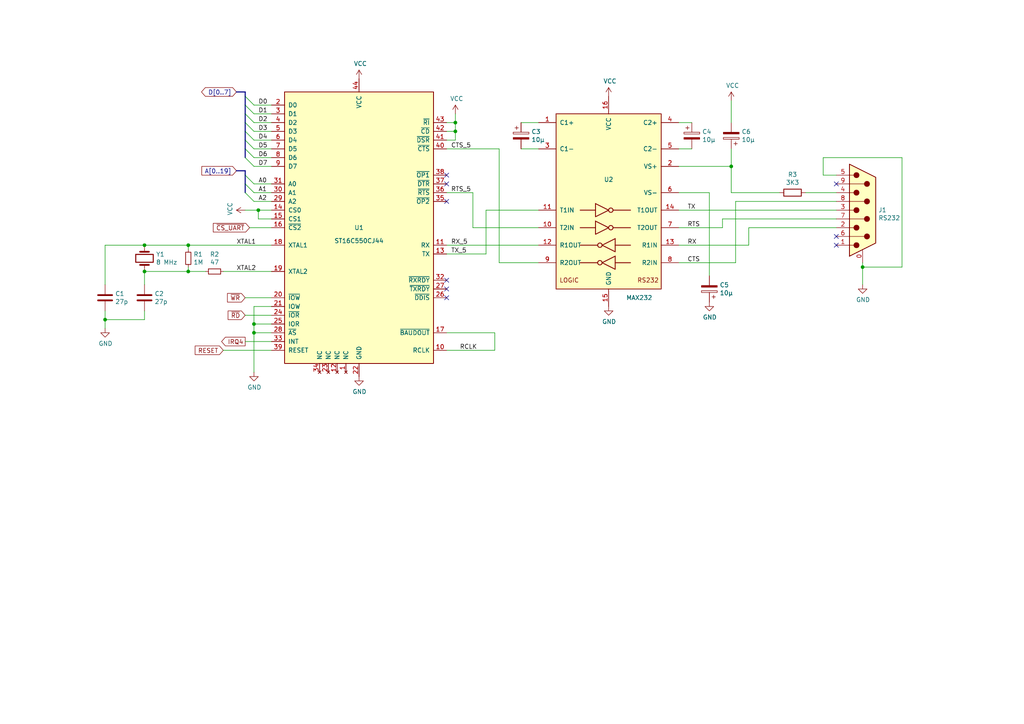
<source format=kicad_sch>
(kicad_sch (version 20230121) (generator eeschema)
  (paper "A4")
  (title_block (title "Mini8086 I/O board") (date "2020-11-05") (rev "1.2"))
  (lib_symbols
    (symbol "Device:C" (pin_numbers hide) (pin_names (offset 0.254))
      (property "Reference" "C" (at 0.635 2.54 0))
      (property "Value" "C" (at 0.635 -2.54 0))
      (symbol "C_0_1"
        (polyline (pts (xy -2.032 -0.762) (xy 2.032 -0.762)) (stroke (width 0.508)))
        (polyline (pts (xy -2.032 0.762) (xy 2.032 0.762)) (stroke (width 0.508)))
      )
      (symbol "C_1_1"
        (pin passive line (at 0 3.81 270) (length 2.794) (name "~") (number "1"))
        (pin passive line (at 0 -3.81 90) (length 2.794) (name "~") (number "2"))
      )
    )
    (symbol "Device:Crystal" (pin_numbers hide) (pin_names (offset 1.016) hide)
      (property "Reference" "Y" (at 0 3.81 0))
      (property "Value" "Crystal" (at 0 -3.81 0))
      (symbol "Crystal_0_1"
        (rectangle (start -1.143 2.54) (end 1.143 -2.54) (stroke (width 0.3048)))
        (polyline (pts (xy -2.54 0) (xy -1.905 0)))
        (polyline (pts (xy -1.905 -1.27) (xy -1.905 1.27)) (stroke (width 0.508)))
        (polyline (pts (xy 1.905 -1.27) (xy 1.905 1.27)) (stroke (width 0.508)))
        (polyline (pts (xy 2.54 0) (xy 1.905 0)))
      )
      (symbol "Crystal_1_1"
        (pin passive line (at -3.81 0 0) (length 1.27) (name "1") (number "1"))
        (pin passive line (at 3.81 0 180) (length 1.27) (name "2") (number "2"))
      )
    )
    (symbol "Device:R" (pin_numbers hide) (pin_names (offset 0))
      (property "Reference" "R" (at 2.032 0 90))
      (property "Value" "R" (at 0 0 90))
      (symbol "R_0_1"
        (rectangle (start -1.016 -2.54) (end 1.016 2.54) (stroke (width 0.254)))
      )
      (symbol "R_1_1"
        (pin passive line (at 0 3.81 270) (length 1.27) (name "~") (number "1"))
        (pin passive line (at 0 -3.81 90) (length 1.27) (name "~") (number "2"))
      )
    )
    (symbol "Device:R_Small" (pin_numbers hide) (pin_names (offset 0.254) hide)
      (property "Reference" "R" (at 0.762 0.508 0))
      (property "Value" "R_Small" (at 0.762 -1.016 0))
      (symbol "R_Small_0_1"
        (rectangle (start -0.762 1.778) (end 0.762 -1.778) (stroke (width 0.2032)))
      )
      (symbol "R_Small_1_1"
        (pin passive line (at 0 2.54 270) (length 0.762) (name "~") (number "1"))
        (pin passive line (at 0 -2.54 90) (length 0.762) (name "~") (number "2"))
      )
    )
    (symbol "Interface_UART:MAX232" (pin_names (offset 1.016))
      (property "Reference" "U" (at -2.54 28.575 0))
      (property "Value" "MAX232" (at -2.54 26.67 0))
      (symbol "MAX232_0_0"
        (text "LOGIC" (at -11.43 -22.86 0) (effects (font (size 1.27 1.27))))
        (text "RS232" (at 11.43 -22.86 0) (effects (font (size 1.27 1.27))))
      )
      (symbol "MAX232_0_1"
        (rectangle (start -15.24 -25.4) (end 15.24 25.4) (stroke (width 0.254)) (fill (type background)))
        (circle (center -2.54 -17.78) (radius 0.635) (stroke (width 0.254)))
        (circle (center -2.54 -12.7) (radius 0.635) (stroke (width 0.254)))
        (polyline (pts (xy -3.81 -7.62) (xy -8.255 -7.62)) (stroke (width 0.254)))
        (polyline (pts (xy -3.81 -2.54) (xy -8.255 -2.54)) (stroke (width 0.254)))
        (polyline (pts (xy -3.175 -17.78) (xy -8.255 -17.78)) (stroke (width 0.254)))
        (polyline (pts (xy -3.175 -12.7) (xy -8.255 -12.7)) (stroke (width 0.254)))
        (polyline (pts (xy 1.27 -7.62) (xy 6.35 -7.62)) (stroke (width 0.254)))
        (polyline (pts (xy 1.27 -2.54) (xy 6.35 -2.54)) (stroke (width 0.254)))
        (polyline (pts (xy 1.905 -17.78) (xy 6.35 -17.78)) (stroke (width 0.254)))
        (polyline (pts (xy 1.905 -12.7) (xy 6.35 -12.7)) (stroke (width 0.254)))
        (polyline (pts (xy -3.81 -5.715) (xy -3.81 -9.525) (xy 0 -7.62) (xy -3.81 -5.715)) (stroke (width 0.254)))
        (polyline (pts (xy -3.81 -0.635) (xy -3.81 -4.445) (xy 0 -2.54) (xy -3.81 -0.635)) (stroke (width 0.254)))
        (polyline (pts (xy 1.905 -15.875) (xy 1.905 -19.685) (xy -1.905 -17.78) (xy 1.905 -15.875)) (stroke (width 0.254)))
        (polyline (pts (xy 1.905 -10.795) (xy 1.905 -14.605) (xy -1.905 -12.7) (xy 1.905 -10.795)) (stroke (width 0.254)))
        (circle (center 0.635 -7.62) (radius 0.635) (stroke (width 0.254)))
        (circle (center 0.635 -2.54) (radius 0.635) (stroke (width 0.254)))
      )
      (symbol "MAX232_1_1"
        (pin passive line (at -20.32 22.86 0) (length 5.08) (name "C1+") (number "1"))
        (pin input line (at -20.32 -7.62 0) (length 5.08) (name "T2IN") (number "10"))
        (pin input line (at -20.32 -2.54 0) (length 5.08) (name "T1IN") (number "11"))
        (pin output line (at -20.32 -12.7 0) (length 5.08) (name "R1OUT") (number "12"))
        (pin input line (at 20.32 -12.7 180) (length 5.08) (name "R1IN") (number "13"))
        (pin output line (at 20.32 -2.54 180) (length 5.08) (name "T1OUT") (number "14"))
        (pin power_in line (at 0 -30.48 90) (length 5.08) (name "GND") (number "15"))
        (pin power_in line (at 0 30.48 270) (length 5.08) (name "VCC") (number "16"))
        (pin power_out line (at 20.32 10.16 180) (length 5.08) (name "VS+") (number "2"))
        (pin passive line (at -20.32 15.24 0) (length 5.08) (name "C1-") (number "3"))
        (pin passive line (at 20.32 22.86 180) (length 5.08) (name "C2+") (number "4"))
        (pin passive line (at 20.32 15.24 180) (length 5.08) (name "C2-") (number "5"))
        (pin power_out line (at 20.32 2.54 180) (length 5.08) (name "VS-") (number "6"))
        (pin output line (at 20.32 -7.62 180) (length 5.08) (name "T2OUT") (number "7"))
        (pin input line (at 20.32 -17.78 180) (length 5.08) (name "R2IN") (number "8"))
        (pin output line (at -20.32 -17.78 0) (length 5.08) (name "R2OUT") (number "9"))
      )
    )
    (symbol "io_board-rescue:CP-Device" (pin_numbers hide) (pin_names (offset 0.254))
      (property "Reference" "C" (at 0.635 2.54 0))
      (property "Value" "Device_CP" (at 0.635 -2.54 0))
      (symbol "CP-Device_0_1"
        (rectangle (start -2.286 0.508) (end 2.286 1.016))
        (polyline (pts (xy -1.778 2.286) (xy -0.762 2.286)))
        (polyline (pts (xy -1.27 2.794) (xy -1.27 1.778)))
        (rectangle (start 2.286 -0.508) (end -2.286 -1.016) (fill (type outline)))
      )
      (symbol "CP-Device_1_1"
        (pin passive line (at 0 3.81 270) (length 2.794) (name "~") (number "1"))
        (pin passive line (at 0 -3.81 90) (length 2.794) (name "~") (number "2"))
      )
    )
    (symbol "io_board-rescue:DB9_Male_MountingHoles-Connector" (pin_names (offset 1.016) hide)
      (property "Reference" "J" (at 0 16.51 0))
      (property "Value" "Connector_DB9_Male_MountingHoles" (at 0 14.605 0))
      (symbol "DB9_Male_MountingHoles-Connector_0_1"
        (circle (center -1.778 -10.16) (radius 0.762) (fill (type outline)))
        (circle (center -1.778 -5.08) (radius 0.762) (fill (type outline)))
        (circle (center -1.778 0) (radius 0.762) (fill (type outline)))
        (circle (center -1.778 5.08) (radius 0.762) (fill (type outline)))
        (circle (center -1.778 10.16) (radius 0.762) (fill (type outline)))
        (polyline (pts (xy -3.81 -10.16) (xy -2.54 -10.16)))
        (polyline (pts (xy -3.81 -7.62) (xy 0.508 -7.62)))
        (polyline (pts (xy -3.81 -5.08) (xy -2.54 -5.08)))
        (polyline (pts (xy -3.81 -2.54) (xy 0.508 -2.54)))
        (polyline (pts (xy -3.81 0) (xy -2.54 0)))
        (polyline (pts (xy -3.81 2.54) (xy 0.508 2.54)))
        (polyline (pts (xy -3.81 5.08) (xy -2.54 5.08)))
        (polyline (pts (xy -3.81 7.62) (xy 0.508 7.62)))
        (polyline (pts (xy -3.81 10.16) (xy -2.54 10.16)))
        (polyline (pts (xy -3.81 -13.335) (xy -3.81 13.335) (xy 3.81 9.525) (xy 3.81 -9.525) (xy -3.81 -13.335)) (stroke (width 0.254)) (fill (type background)))
        (circle (center 1.27 -7.62) (radius 0.762) (fill (type outline)))
        (circle (center 1.27 -2.54) (radius 0.762) (fill (type outline)))
        (circle (center 1.27 2.54) (radius 0.762) (fill (type outline)))
        (circle (center 1.27 7.62) (radius 0.762) (fill (type outline)))
      )
      (symbol "DB9_Male_MountingHoles-Connector_1_1"
        (pin passive line (at 0 -15.24 90) (length 3.81) (name "PAD") (number "0"))
        (pin passive line (at -7.62 -10.16 0) (length 3.81) (name "1") (number "1"))
        (pin passive line (at -7.62 -5.08 0) (length 3.81) (name "2") (number "2"))
        (pin passive line (at -7.62 0 0) (length 3.81) (name "3") (number "3"))
        (pin passive line (at -7.62 5.08 0) (length 3.81) (name "4") (number "4"))
        (pin passive line (at -7.62 10.16 0) (length 3.81) (name "5") (number "5"))
        (pin passive line (at -7.62 -7.62 0) (length 3.81) (name "6") (number "6"))
        (pin passive line (at -7.62 -2.54 0) (length 3.81) (name "7") (number "7"))
        (pin passive line (at -7.62 2.54 0) (length 3.81) (name "8") (number "8"))
        (pin passive line (at -7.62 7.62 0) (length 3.81) (name "9") (number "9"))
      )
    )
    (symbol "io_board-rescue:ST16C550CJ44-Mini8086" (pin_names (offset 1.016))
      (property "Reference" "U" (at -21.59 40.64 0))
      (property "Value" "ST16C550CJ44-Mini8086" (at 15.24 40.64 0))
      (symbol "ST16C550CJ44-Mini8086_0_1"
        (rectangle (start -21.59 -39.37) (end 21.59 39.37) (stroke (width 0.254)) (fill (type background)))
      )
      (symbol "ST16C550CJ44-Mini8086_1_1"
        (pin no_connect line (at -3.81 -41.91 90) (length 2.54) (name "NC") (number "1"))
        (pin input line (at 25.4 -35.56 180) (length 3.81) (name "RCLK") (number "10"))
        (pin input line (at 25.4 -5.08 180) (length 3.81) (name "RX") (number "11"))
        (pin no_connect line (at -6.35 -41.91 90) (length 2.54) (name "NC") (number "12"))
        (pin output line (at 25.4 -7.62 180) (length 3.81) (name "TX") (number "13"))
        (pin input line (at -25.4 5.08 0) (length 3.81) (name "CS0") (number "14"))
        (pin input line (at -25.4 2.54 0) (length 3.81) (name "CS1") (number "15"))
        (pin input line (at -25.4 0 0) (length 3.81) (name "~{CS2}") (number "16"))
        (pin output line (at 25.4 -30.48 180) (length 3.81) (name "~{BAUDOUT}") (number "17"))
        (pin input line (at -25.4 -5.08 0) (length 3.81) (name "XTAL1") (number "18"))
        (pin output line (at -25.4 -12.7 0) (length 3.81) (name "XTAL2") (number "19"))
        (pin bidirectional line (at -25.4 35.56 0) (length 3.81) (name "D0") (number "2"))
        (pin input line (at -25.4 -20.32 0) (length 3.81) (name "~{IOW}") (number "20"))
        (pin input line (at -25.4 -22.86 0) (length 3.81) (name "IOW") (number "21"))
        (pin power_in line (at 0 -43.18 90) (length 3.81) (name "GND") (number "22"))
        (pin no_connect line (at -8.89 -41.91 90) (length 2.54) (name "NC") (number "23"))
        (pin input line (at -25.4 -25.4 0) (length 3.81) (name "~{IOR}") (number "24"))
        (pin input line (at -25.4 -27.94 0) (length 3.81) (name "IOR") (number "25"))
        (pin output line (at 25.4 -20.32 180) (length 3.81) (name "~{DDIS}") (number "26"))
        (pin output line (at 25.4 -17.78 180) (length 3.81) (name "~{TXRDY}") (number "27"))
        (pin input line (at -25.4 -30.48 0) (length 3.81) (name "~{AS}") (number "28"))
        (pin input line (at -25.4 7.62 0) (length 3.81) (name "A2") (number "29"))
        (pin bidirectional line (at -25.4 33.02 0) (length 3.81) (name "D1") (number "3"))
        (pin input line (at -25.4 10.16 0) (length 3.81) (name "A1") (number "30"))
        (pin input line (at -25.4 12.7 0) (length 3.81) (name "A0") (number "31"))
        (pin output line (at 25.4 -15.24 180) (length 3.81) (name "~{RXRDY}") (number "32"))
        (pin output line (at -25.4 -33.02 0) (length 3.81) (name "INT") (number "33"))
        (pin no_connect line (at -11.43 -41.91 90) (length 2.54) (name "NC") (number "34"))
        (pin output line (at 25.4 7.62 180) (length 3.81) (name "~{OP2}") (number "35"))
        (pin output line (at 25.4 10.16 180) (length 3.81) (name "~{RTS}") (number "36"))
        (pin output line (at 25.4 12.7 180) (length 3.81) (name "~{DTR}") (number "37"))
        (pin output line (at 25.4 15.24 180) (length 3.81) (name "~{OP1}") (number "38"))
        (pin input line (at -25.4 -35.56 0) (length 3.81) (name "RESET") (number "39"))
        (pin bidirectional line (at -25.4 30.48 0) (length 3.81) (name "D2") (number "4"))
        (pin input line (at 25.4 22.86 180) (length 3.81) (name "~{CTS}") (number "40"))
        (pin input line (at 25.4 25.4 180) (length 3.81) (name "~{DSR}") (number "41"))
        (pin input line (at 25.4 27.94 180) (length 3.81) (name "~{CD}") (number "42"))
        (pin input line (at 25.4 30.48 180) (length 3.81) (name "~{RI}") (number "43"))
        (pin power_in line (at 0 43.18 270) (length 3.81) (name "VCC") (number "44"))
        (pin bidirectional line (at -25.4 27.94 0) (length 3.81) (name "D3") (number "5"))
        (pin bidirectional line (at -25.4 25.4 0) (length 3.81) (name "D4") (number "6"))
        (pin bidirectional line (at -25.4 22.86 0) (length 3.81) (name "D5") (number "7"))
        (pin bidirectional line (at -25.4 20.32 0) (length 3.81) (name "D6") (number "8"))
        (pin bidirectional line (at -25.4 17.78 0) (length 3.81) (name "D7") (number "9"))
      )
    )
    (symbol "power:GND" (power) (pin_names (offset 0))
      (property "Value" "GND" (at 0 -3.81 0))
      (symbol "GND_0_1"
        (polyline (pts (xy 0 0) (xy 0 -1.27) (xy 1.27 -1.27) (xy 0 -2.54) (xy -1.27 -1.27) (xy 0 -1.27)))
      )
      (symbol "GND_1_1"
        (pin power_in line (at 0 0 270) (length 0) hide (name "GND") (number "1"))
      )
    )
    (symbol "power:VCC" (power) (pin_names (offset 0))
      (property "Value" "VCC" (at 0 3.81 0))
      (symbol "VCC_0_1"
        (polyline (pts (xy -0.762 1.27) (xy 0 2.54)))
        (polyline (pts (xy 0 0) (xy 0 2.54)))
        (polyline (pts (xy 0 2.54) (xy 0.762 1.27)))
      )
      (symbol "VCC_1_1"
        (pin power_in line (at 0 0 90) (length 0) hide (name "VCC") (number "1"))
      )
    )
  )
  (junction (at 41.91 78.74))
  (junction (at 74.93 60.96))
  (junction (at 212.09 48.26))
  (junction (at 250.19 77.47))
  (junction (at 73.66 96.52))
  (junction (at 41.91 71.12))
  (junction (at 132.08 38.1))
  (junction (at 54.61 71.12))
  (junction (at 54.61 78.74))
  (junction (at 73.66 93.98))
  (junction (at 132.08 35.56))
  (junction (at 30.48 92.71))
  (no_connect (at 129.54 83.82))
  (no_connect (at 129.54 86.36))
  (no_connect (at 242.57 68.58))
  (no_connect (at 129.54 58.42))
  (no_connect (at 242.57 71.12))
  (no_connect (at 242.57 53.34))
  (no_connect (at 129.54 50.8))
  (no_connect (at 129.54 53.34))
  (no_connect (at 129.54 81.28))
  (bus_entry (at 73.66 48.26) (size -2.54 -2.54))
  (bus_entry (at 73.66 55.88) (size -2.54 -2.54))
  (bus_entry (at 73.66 38.1) (size -2.54 -2.54))
  (bus_entry (at 73.66 30.48) (size -2.54 -2.54))
  (bus_entry (at 73.66 35.56) (size -2.54 -2.54))
  (bus_entry (at 73.66 53.34) (size -2.54 -2.54))
  (bus_entry (at 73.66 58.42) (size -2.54 -2.54))
  (bus_entry (at 73.66 43.18) (size -2.54 -2.54))
  (bus_entry (at 73.66 45.72) (size -2.54 -2.54))
  (bus_entry (at 73.66 40.64) (size -2.54 -2.54))
  (bus_entry (at 73.66 33.02) (size -2.54 -2.54))
  (wire (pts (xy 140.97 60.96) (xy 156.21 60.96)))
  (wire (pts (xy 144.78 43.18) (xy 129.54 43.18)))
  (bus (pts (xy 71.12 33.02) (xy 71.12 35.56)))
  (wire (pts (xy 73.66 88.9) (xy 73.66 93.98)))
  (bus (pts (xy 71.12 30.48) (xy 71.12 33.02)))
  (wire (pts (xy 144.78 76.2) (xy 144.78 43.18)))
  (wire (pts (xy 78.74 86.36) (xy 71.12 86.36)))
  (bus (pts (xy 71.12 35.56) (xy 71.12 38.1)))
  (wire (pts (xy 74.93 60.96) (xy 78.74 60.96)))
  (wire (pts (xy 132.08 35.56) (xy 132.08 33.02)))
  (bus (pts (xy 71.12 27.94) (xy 71.12 30.48)))
  (wire (pts (xy 54.61 78.74) (xy 54.61 77.47)))
  (wire (pts (xy 242.57 66.04) (xy 217.17 66.04)))
  (wire (pts (xy 41.91 90.17) (xy 41.91 92.71)))
  (wire (pts (xy 200.66 43.18) (xy 196.85 43.18)))
  (wire (pts (xy 73.66 38.1) (xy 78.74 38.1)))
  (wire (pts (xy 73.66 30.48) (xy 78.74 30.48)))
  (wire (pts (xy 73.66 53.34) (xy 78.74 53.34)))
  (wire (pts (xy 78.74 66.04) (xy 72.39 66.04)))
  (bus (pts (xy 71.12 49.53) (xy 71.12 50.8)))
  (wire (pts (xy 242.57 63.5) (xy 209.55 63.5)))
  (wire (pts (xy 73.66 40.64) (xy 78.74 40.64)))
  (wire (pts (xy 73.66 55.88) (xy 78.74 55.88)))
  (wire (pts (xy 30.48 92.71) (xy 30.48 95.25)))
  (wire (pts (xy 250.19 76.2) (xy 250.19 77.47)))
  (wire (pts (xy 196.85 60.96) (xy 242.57 60.96)))
  (wire (pts (xy 156.21 35.56) (xy 151.13 35.56)))
  (wire (pts (xy 73.66 93.98) (xy 73.66 96.52)))
  (wire (pts (xy 78.74 63.5) (xy 74.93 63.5)))
  (bus (pts (xy 71.12 40.64) (xy 71.12 43.18)))
  (wire (pts (xy 196.85 71.12) (xy 217.17 71.12)))
  (wire (pts (xy 143.51 101.6) (xy 129.54 101.6)))
  (wire (pts (xy 140.97 73.66) (xy 140.97 60.96)))
  (wire (pts (xy 41.91 82.55) (xy 41.91 78.74)))
  (wire (pts (xy 129.54 40.64) (xy 132.08 40.64)))
  (wire (pts (xy 78.74 101.6) (xy 64.77 101.6)))
  (wire (pts (xy 196.85 66.04) (xy 209.55 66.04)))
  (wire (pts (xy 78.74 96.52) (xy 73.66 96.52)))
  (wire (pts (xy 73.66 45.72) (xy 78.74 45.72)))
  (wire (pts (xy 242.57 58.42) (xy 213.36 58.42)))
  (wire (pts (xy 213.36 58.42) (xy 213.36 76.2)))
  (wire (pts (xy 156.21 76.2) (xy 144.78 76.2)))
  (wire (pts (xy 196.85 55.88) (xy 205.74 55.88)))
  (bus (pts (xy 71.12 53.34) (xy 71.12 55.88)))
  (wire (pts (xy 129.54 73.66) (xy 140.97 73.66)))
  (wire (pts (xy 73.66 58.42) (xy 78.74 58.42)))
  (wire (pts (xy 129.54 38.1) (xy 132.08 38.1)))
  (wire (pts (xy 226.06 55.88) (xy 212.09 55.88)))
  (wire (pts (xy 261.62 77.47) (xy 250.19 77.47)))
  (wire (pts (xy 200.66 35.56) (xy 196.85 35.56)))
  (bus (pts (xy 71.12 38.1) (xy 71.12 40.64)))
  (wire (pts (xy 78.74 99.06) (xy 71.12 99.06)))
  (wire (pts (xy 213.36 76.2) (xy 196.85 76.2)))
  (wire (pts (xy 212.09 55.88) (xy 212.09 48.26)))
  (wire (pts (xy 73.66 43.18) (xy 78.74 43.18)))
  (wire (pts (xy 242.57 50.8) (xy 238.76 50.8)))
  (wire (pts (xy 78.74 93.98) (xy 73.66 93.98)))
  (wire (pts (xy 54.61 71.12) (xy 78.74 71.12)))
  (wire (pts (xy 242.57 55.88) (xy 233.68 55.88)))
  (wire (pts (xy 129.54 96.52) (xy 143.51 96.52)))
  (wire (pts (xy 73.66 35.56) (xy 78.74 35.56)))
  (wire (pts (xy 250.19 77.47) (xy 250.19 82.55)))
  (wire (pts (xy 73.66 48.26) (xy 78.74 48.26)))
  (bus (pts (xy 71.12 43.18) (xy 71.12 45.72)))
  (wire (pts (xy 73.66 33.02) (xy 78.74 33.02)))
  (wire (pts (xy 30.48 92.71) (xy 30.48 90.17)))
  (wire (pts (xy 132.08 38.1) (xy 132.08 35.56)))
  (wire (pts (xy 78.74 88.9) (xy 73.66 88.9)))
  (wire (pts (xy 137.16 55.88) (xy 129.54 55.88)))
  (wire (pts (xy 196.85 48.26) (xy 212.09 48.26)))
  (wire (pts (xy 137.16 66.04) (xy 137.16 55.88)))
  (wire (pts (xy 205.74 55.88) (xy 205.74 80.01)))
  (wire (pts (xy 156.21 66.04) (xy 137.16 66.04)))
  (wire (pts (xy 41.91 71.12) (xy 54.61 71.12)))
  (wire (pts (xy 238.76 45.72) (xy 261.62 45.72)))
  (wire (pts (xy 209.55 63.5) (xy 209.55 66.04)))
  (wire (pts (xy 30.48 82.55) (xy 30.48 71.12)))
  (wire (pts (xy 238.76 50.8) (xy 238.76 45.72)))
  (wire (pts (xy 74.93 63.5) (xy 74.93 60.96)))
  (wire (pts (xy 129.54 35.56) (xy 132.08 35.56)))
  (wire (pts (xy 78.74 78.74) (xy 64.77 78.74)))
  (wire (pts (xy 74.93 60.96) (xy 71.12 60.96)))
  (wire (pts (xy 143.51 96.52) (xy 143.51 101.6)))
  (wire (pts (xy 212.09 35.56) (xy 212.09 29.21)))
  (wire (pts (xy 132.08 40.64) (xy 132.08 38.1)))
  (wire (pts (xy 78.74 91.44) (xy 71.12 91.44)))
  (wire (pts (xy 261.62 45.72) (xy 261.62 77.47)))
  (wire (pts (xy 73.66 96.52) (xy 73.66 107.95)))
  (bus (pts (xy 71.12 49.53) (xy 68.58 49.53)))
  (wire (pts (xy 41.91 78.74) (xy 54.61 78.74)))
  (wire (pts (xy 156.21 43.18) (xy 151.13 43.18)))
  (bus (pts (xy 71.12 26.67) (xy 71.12 27.94)))
  (bus (pts (xy 71.12 50.8) (xy 71.12 53.34)))
  (wire (pts (xy 212.09 48.26) (xy 212.09 43.18)))
  (wire (pts (xy 30.48 71.12) (xy 41.91 71.12)))
  (wire (pts (xy 54.61 78.74) (xy 59.69 78.74)))
  (wire (pts (xy 129.54 71.12) (xy 156.21 71.12)))
  (wire (pts (xy 217.17 71.12) (xy 217.17 66.04)))
  (wire (pts (xy 54.61 71.12) (xy 54.61 72.39)))
  (bus (pts (xy 71.12 26.67) (xy 68.58 26.67)))
  (wire (pts (xy 41.91 92.71) (xy 30.48 92.71)))
  (label "TX" (at 199.39 60.96 0))
  (label "D3" (at 74.93 38.1 0))
  (label "XTAL2" (at 68.58 78.74 0))
  (label "D2" (at 74.93 35.56 0))
  (label "A0" (at 74.93 53.34 0))
  (label "D7" (at 74.93 48.26 0))
  (label "CTS_5" (at 130.81 43.18 0))
  (label "CTS" (at 199.39 76.2 0))
  (label "A2" (at 74.93 58.42 0))
  (label "RX" (at 199.39 71.12 0))
  (label "D6" (at 74.93 45.72 0))
  (label "D4" (at 74.93 40.64 0))
  (label "XTAL1" (at 68.58 71.12 0))
  (label "RTS_5" (at 130.81 55.88 0))
  (label "RTS" (at 199.39 66.04 0))
  (label "D5" (at 74.93 43.18 0))
  (label "RX_5" (at 130.81 71.12 0))
  (label "D1" (at 74.93 33.02 0))
  (label "RCLK" (at 133.35 101.6 0))
  (label "A1" (at 74.93 55.88 0))
  (label "D0" (at 74.93 30.48 0))
  (label "TX_5" (at 130.81 73.66 0))
  (global_label "RESET" (shape input) (at 64.77 101.6 180) (property "Intersheetrefs" "${INTERSHEET_REFS}" (effects hide)))
  (global_label "~{RD}" (shape input) (at 71.12 91.44 180) (property "Intersheetrefs" "${INTERSHEET_REFS}" (effects hide)))
  (global_label "IRQ4" (shape output) (at 71.12 99.06 180) (property "Intersheetrefs" "${INTERSHEET_REFS}" (effects hide)))
  (global_label "~{CS_UART}" (shape input) (at 72.39 66.04 180) (property "Intersheetrefs" "${INTERSHEET_REFS}" (effects hide)))
  (global_label "D[0..7]" (shape bidirectional) (at 68.58 26.67 180) (property "Intersheetrefs" "${INTERSHEET_REFS}" (effects hide)))
  (global_label "A[0..19]" (shape input) (at 68.58 49.53 180) (property "Intersheetrefs" "${INTERSHEET_REFS}" (effects hide)))
  (global_label "~{WR}" (shape input) (at 71.12 86.36 180) (property "Intersheetrefs" "${INTERSHEET_REFS}" (effects hide)))
  (symbol (lib_id "Interface_UART:MAX232") (at 176.53 58.42 0) (unit 1)
    (property "Reference" "U2" (at 176.53 52.07 0))
    (property "Value" "MAX232" (at 185.42 86.36 0))
    (property "Footprint" "Package_SO:SOIC-16_3.9x9.9mm_P1.27mm" (effects hide))
    (property "Datasheet" "http://www.ti.com/lit/ds/symlink/max232.pdf" (effects hide))
  )
  (symbol (lib_id "io_board-rescue:CP-Device") (at 151.13 39.37 0) (unit 1)
    (property "Reference" "C3" (at 154.1272 38.2016 0) (effects (justify left)))
    (property "Value" "10µ" (at 154.1272 40.513 0) (effects (justify left)))
    (property "Footprint" "Capacitor_SMD:CP_Elec_4x3.9" (effects hide))
  )
  (symbol (lib_id "io_board-rescue:CP-Device") (at 200.66 39.37 0) (unit 1)
    (property "Reference" "C4" (at 203.6572 38.2016 0) (effects (justify left)))
    (property "Value" "10µ" (at 203.6572 40.513 0) (effects (justify left)))
    (property "Footprint" "Capacitor_SMD:CP_Elec_4x3.9" (effects hide))
  )
  (symbol (lib_id "io_board-rescue:CP-Device") (at 212.09 39.37 180) (unit 1)
    (property "Reference" "C6" (at 215.0872 38.2016 0) (effects (justify right)))
    (property "Value" "10µ" (at 215.0872 40.513 0) (effects (justify right)))
    (property "Footprint" "Capacitor_SMD:CP_Elec_4x3.9" (effects hide))
  )
  (symbol (lib_id "power:VCC") (at 212.09 29.21 0) (unit 1)
    (property "Reference" "#PWR010" (effects hide))
    (property "Value" "VCC" (at 212.471 24.8158 0))
  )
  (symbol (lib_id "power:VCC") (at 71.12 60.96 90) (unit 1)
    (property "Reference" "#PWR02" (effects hide))
    (property "Value" "VCC" (at 66.7258 60.579 0))
  )
  (symbol (lib_id "io_board-rescue:CP-Device") (at 205.74 83.82 180) (unit 1)
    (property "Reference" "C5" (at 208.7372 82.6516 0) (effects (justify right)))
    (property "Value" "10µ" (at 208.7372 84.963 0) (effects (justify right)))
    (property "Footprint" "Capacitor_SMD:CP_Elec_4x3.9" (effects hide))
  )
  (symbol (lib_id "power:GND") (at 205.74 87.63 0) (unit 1)
    (property "Reference" "#PWR09" (effects hide))
    (property "Value" "GND" (at 205.867 92.0242 0))
  )
  (symbol (lib_id "power:GND") (at 73.66 107.95 0) (unit 1)
    (property "Reference" "#PWR03" (effects hide))
    (property "Value" "GND" (at 73.787 112.3442 0))
  )
  (symbol (lib_id "power:VCC") (at 132.08 33.02 0) (unit 1)
    (property "Reference" "#PWR06" (effects hide))
    (property "Value" "VCC" (at 132.461 28.6258 0))
  )
  (symbol (lib_id "Device:R_Small") (at 62.23 78.74 90) (unit 1)
    (property "Reference" "R2" (at 62.23 73.7616 90))
    (property "Value" "47" (at 62.23 76.073 90))
    (property "Footprint" "Resistor_SMD:R_1206_3216Metric" (effects hide))
  )
  (symbol (lib_id "Device:R_Small") (at 54.61 74.93 180) (unit 1)
    (property "Reference" "R1" (at 56.1086 73.7616 0) (effects (justify right)))
    (property "Value" "1M" (at 56.1086 76.073 0) (effects (justify right)))
    (property "Footprint" "Resistor_SMD:R_1206_3216Metric" (effects hide))
  )
  (symbol (lib_id "Device:C") (at 41.91 86.36 0) (unit 1)
    (property "Reference" "C2" (at 44.831 85.1916 0) (effects (justify left)))
    (property "Value" "27p" (at 44.831 87.503 0) (effects (justify left)))
    (property "Footprint" "Capacitor_SMD:C_1206_3216Metric" (effects hide))
  )
  (symbol (lib_id "Device:C") (at 30.48 86.36 0) (unit 1)
    (property "Reference" "C1" (at 33.401 85.1916 0) (effects (justify left)))
    (property "Value" "27p" (at 33.401 87.503 0) (effects (justify left)))
    (property "Footprint" "Capacitor_SMD:C_1206_3216Metric" (effects hide))
  )
  (symbol (lib_id "power:GND") (at 104.14 109.22 0) (unit 1)
    (property "Reference" "#PWR05" (effects hide))
    (property "Value" "GND" (at 104.267 113.6142 0))
  )
  (symbol (lib_id "power:GND") (at 176.53 88.9 0) (unit 1)
    (property "Reference" "#PWR08" (effects hide))
    (property "Value" "GND" (at 176.657 93.2942 0))
  )
  (symbol (lib_id "power:VCC") (at 176.53 27.94 0) (unit 1)
    (property "Reference" "#PWR07" (effects hide))
    (property "Value" "VCC" (at 176.911 23.5458 0))
  )
  (symbol (lib_id "power:VCC") (at 104.14 22.86 0) (unit 1)
    (property "Reference" "#PWR04" (effects hide))
    (property "Value" "VCC" (at 104.521 18.4658 0))
  )
  (symbol (lib_id "Device:Crystal") (at 41.91 74.93 90) (unit 1)
    (property "Reference" "Y1" (at 45.2374 73.7616 90) (effects (justify right)))
    (property "Value" "8 MHz" (at 45.2374 76.073 90) (effects (justify right)))
    (property "Footprint" "Crystal:Crystal_HC49-U_Vertical" (effects hide))
  )
  (symbol (lib_id "power:GND") (at 30.48 95.25 0) (unit 1)
    (property "Reference" "#PWR01" (effects hide))
    (property "Value" "GND" (at 30.607 99.6442 0))
  )
  (symbol (lib_id "io_board-rescue:DB9_Male_MountingHoles-Connector") (at 250.19 60.96 0) (unit 1)
    (property "Reference" "J1" (at 254.762 60.9092 0) (effects (justify left)))
    (property "Value" "RS232" (at 254.762 63.2206 0) (effects (justify left)))
    (property "Footprint" "Connector_Dsub:DSUB-9_Male_Horizontal_P2.77x2.84mm_EdgePinOffset4.94mm_Housed_MountingHolesOffset7.48mm" (effects hide))
    (property "Datasheet" " ~" (effects hide))
  )
  (symbol (lib_id "power:GND") (at 250.19 82.55 0) (unit 1)
    (property "Reference" "#PWR011" (effects hide))
    (property "Value" "GND" (at 250.317 86.9442 0))
  )
  (symbol (lib_id "Device:R") (at 229.87 55.88 270) (unit 1)
    (property "Reference" "R3" (at 229.87 50.6222 90))
    (property "Value" "3K3" (at 229.87 52.9336 90))
    (property "Footprint" "Resistor_SMD:R_1206_3216Metric" (effects hide))
  )
  (symbol (lib_id "io_board-rescue:ST16C550CJ44-Mini8086") (at 104.14 66.04 0) (unit 1)
    (property "Reference" "U1" (at 104.14 66.04 0))
    (property "Value" "ST16C550CJ44" (at 104.14 69.85 0))
    (property "Footprint" "Package_LCC:PLCC-44_THT-Socket" (effects hide))
  )
)
</source>
